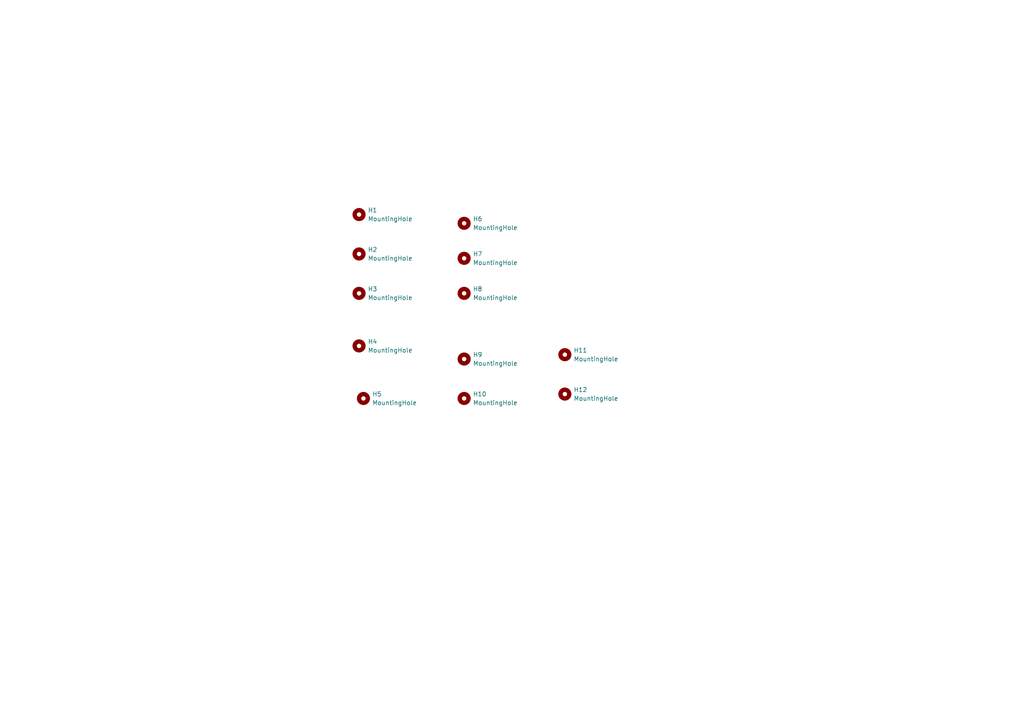
<source format=kicad_sch>
(kicad_sch (version 20231120) (generator "eeschema") (generator_version "8.0")
  (paper "A4")
  (lib_symbols
    (symbol "Mechanical:MountingHole" (pin_names (offset 1.016)) (exclude_from_sim yes) (in_bom no)
      (property "Reference" "H" (at 0 5.08 0))
      (property "Value" "MountingHole" (at 0 3.175 0))
      (symbol "MountingHole_0_1"
        (circle (center 0 0) (radius 1.27) (stroke (width 1.27)))
      )
    )
  )
  (symbol (lib_id "Mechanical:MountingHole") (at 104.14 100.33 0) (unit 1) (exclude_from_sim yes) (in_bom no)
    (property "Reference" "H4" (at 106.68 99.0599 0) (effects (justify left)))
    (property "Value" "MountingHole" (at 106.68 101.5999 0) (effects (justify left)))
    (property "Footprint" "MountingHole:MountingHole_2.2mm_M2" (effects (hide yes)))
    (property "Description" "Mounting Hole without connection" (effects (hide yes)))
  )
  (symbol (lib_id "Mechanical:MountingHole") (at 134.62 64.77 0) (unit 1) (exclude_from_sim yes) (in_bom no)
    (property "Reference" "H6" (at 137.16 63.4999 0) (effects (justify left)))
    (property "Value" "MountingHole" (at 137.16 66.0399 0) (effects (justify left)))
    (property "Footprint" "MountingHole:MountingHole_2.2mm_M2" (effects (hide yes)))
    (property "Description" "Mounting Hole without connection" (effects (hide yes)))
  )
  (symbol (lib_id "Mechanical:MountingHole") (at 134.62 74.93 0) (unit 1) (exclude_from_sim yes) (in_bom no)
    (property "Reference" "H7" (at 137.16 73.6599 0) (effects (justify left)))
    (property "Value" "MountingHole" (at 137.16 76.1999 0) (effects (justify left)))
    (property "Footprint" "MountingHole:MountingHole_2.2mm_M2" (effects (hide yes)))
    (property "Description" "Mounting Hole without connection" (effects (hide yes)))
  )
  (symbol (lib_id "Mechanical:MountingHole") (at 104.14 85.09 0) (unit 1) (exclude_from_sim yes) (in_bom no)
    (property "Reference" "H3" (at 106.68 83.8199 0) (effects (justify left)))
    (property "Value" "MountingHole" (at 106.68 86.3599 0) (effects (justify left)))
    (property "Footprint" "MountingHole:MountingHole_2.2mm_M2" (effects (hide yes)))
    (property "Description" "Mounting Hole without connection" (effects (hide yes)))
  )
  (symbol (lib_id "Mechanical:MountingHole") (at 163.83 114.3 0) (unit 1) (exclude_from_sim yes) (in_bom no)
    (property "Reference" "H12" (at 166.37 113.0299 0) (effects (justify left)))
    (property "Value" "MountingHole" (at 166.37 115.5699 0) (effects (justify left)))
    (property "Footprint" "MountingHole:MountingHole_2.2mm_M2" (effects (hide yes)))
    (property "Description" "Mounting Hole without connection" (effects (hide yes)))
  )
  (symbol (lib_id "Mechanical:MountingHole") (at 134.62 115.57 0) (unit 1) (exclude_from_sim yes) (in_bom no)
    (property "Reference" "H10" (at 137.16 114.2999 0) (effects (justify left)))
    (property "Value" "MountingHole" (at 137.16 116.8399 0) (effects (justify left)))
    (property "Footprint" "MountingHole:MountingHole_2.2mm_M2" (effects (hide yes)))
    (property "Description" "Mounting Hole without connection" (effects (hide yes)))
  )
  (symbol (lib_id "Mechanical:MountingHole") (at 104.14 62.23 0) (unit 1) (exclude_from_sim yes) (in_bom no)
    (property "Reference" "H1" (at 106.68 60.9599 0) (effects (justify left)))
    (property "Value" "MountingHole" (at 106.68 63.4999 0) (effects (justify left)))
    (property "Footprint" "MountingHole:MountingHole_2.2mm_M2" (effects (hide yes)))
    (property "Description" "Mounting Hole without connection" (effects (hide yes)))
  )
  (symbol (lib_id "Mechanical:MountingHole") (at 163.83 102.87 0) (unit 1) (exclude_from_sim yes) (in_bom no)
    (property "Reference" "H11" (at 166.37 101.5999 0) (effects (justify left)))
    (property "Value" "MountingHole" (at 166.37 104.1399 0) (effects (justify left)))
    (property "Footprint" "MountingHole:MountingHole_2.2mm_M2" (effects (hide yes)))
    (property "Description" "Mounting Hole without connection" (effects (hide yes)))
  )
  (symbol (lib_id "Mechanical:MountingHole") (at 105.41 115.57 0) (unit 1) (exclude_from_sim yes) (in_bom no)
    (property "Reference" "H5" (at 107.95 114.2999 0) (effects (justify left)))
    (property "Value" "MountingHole" (at 107.95 116.8399 0) (effects (justify left)))
    (property "Footprint" "MountingHole:MountingHole_2.2mm_M2" (effects (hide yes)))
    (property "Description" "Mounting Hole without connection" (effects (hide yes)))
  )
  (symbol (lib_id "Mechanical:MountingHole") (at 104.14 73.66 0) (unit 1) (exclude_from_sim yes) (in_bom no)
    (property "Reference" "H2" (at 106.68 72.3899 0) (effects (justify left)))
    (property "Value" "MountingHole" (at 106.68 74.9299 0) (effects (justify left)))
    (property "Footprint" "MountingHole:MountingHole_2.2mm_M2" (effects (hide yes)))
    (property "Description" "Mounting Hole without connection" (effects (hide yes)))
  )
  (symbol (lib_id "Mechanical:MountingHole") (at 134.62 104.14 0) (unit 1) (exclude_from_sim yes) (in_bom no)
    (property "Reference" "H9" (at 137.16 102.8699 0) (effects (justify left)))
    (property "Value" "MountingHole" (at 137.16 105.4099 0) (effects (justify left)))
    (property "Footprint" "MountingHole:MountingHole_2.2mm_M2" (effects (hide yes)))
    (property "Description" "Mounting Hole without connection" (effects (hide yes)))
  )
  (symbol (lib_id "Mechanical:MountingHole") (at 134.62 85.09 0) (unit 1) (exclude_from_sim yes) (in_bom no)
    (property "Reference" "H8" (at 137.16 83.8199 0) (effects (justify left)))
    (property "Value" "MountingHole" (at 137.16 86.3599 0) (effects (justify left)))
    (property "Footprint" "MountingHole:MountingHole_2.2mm_M2" (effects (hide yes)))
    (property "Description" "Mounting Hole without connection" (effects (hide yes)))
  )
)
</source>
